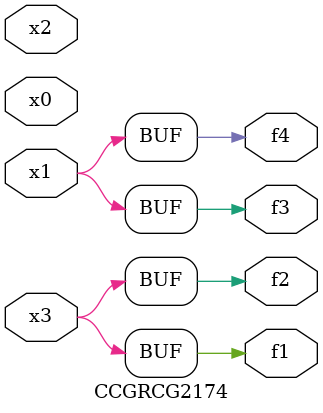
<source format=v>
module CCGRCG2174(
	input x0, x1, x2, x3,
	output f1, f2, f3, f4
);
	assign f1 = x3;
	assign f2 = x3;
	assign f3 = x1;
	assign f4 = x1;
endmodule

</source>
